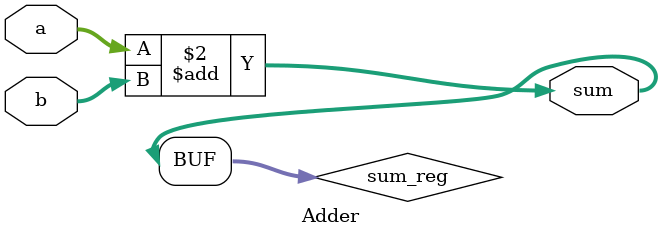
<source format=v>
module Adder
#(
    parameter WORD_LENGTH = 8
) 
(
    input [WORD_LENGTH - 1 : 0]a,
    input [WORD_LENGTH - 1 : 0]b,
	 
    output [WORD_LENGTH - 1 : 0]sum    
);

reg [WORD_LENGTH-1 : 0]sum_reg = 0;

always @(*) begin
    sum_reg = a + b;
end

assign sum = sum_reg;

endmodule

</source>
